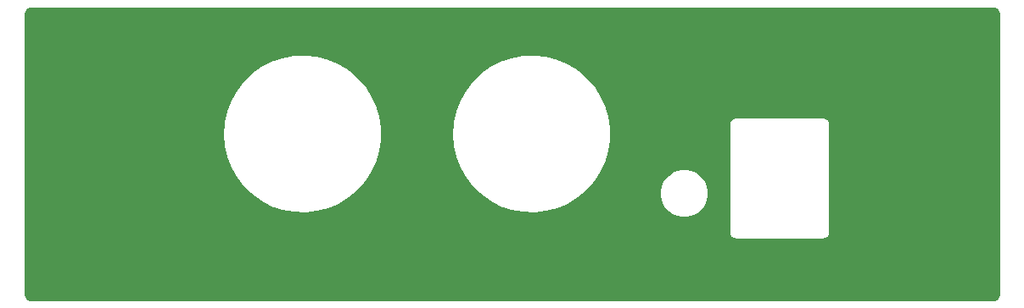
<source format=gbr>
%TF.GenerationSoftware,KiCad,Pcbnew,(5.1.9)-1*%
%TF.CreationDate,2021-03-13T23:47:23-08:00*%
%TF.ProjectId,miditwiddle-back,6d696469-7477-4696-9464-6c652d626163,rev?*%
%TF.SameCoordinates,PX9157080PY68799b0*%
%TF.FileFunction,Copper,L1,Top*%
%TF.FilePolarity,Positive*%
%FSLAX46Y46*%
G04 Gerber Fmt 4.6, Leading zero omitted, Abs format (unit mm)*
G04 Created by KiCad (PCBNEW (5.1.9)-1) date 2021-03-13 23:47:23*
%MOMM*%
%LPD*%
G01*
G04 APERTURE LIST*
%TA.AperFunction,ViaPad*%
%ADD10C,0.600000*%
%TD*%
%TA.AperFunction,Conductor*%
%ADD11C,0.254000*%
%TD*%
%TA.AperFunction,Conductor*%
%ADD12C,0.100000*%
%TD*%
G04 APERTURE END LIST*
D10*
%TO.N,GND*%
X-48000000Y21950000D03*
X-48000000Y-6050000D03*
X48000000Y-6050000D03*
X48000000Y21950000D03*
%TD*%
D11*
%TO.N,GND*%
X48105082Y22480706D02*
X48206163Y22450188D01*
X48299390Y22400618D01*
X48381214Y22333884D01*
X48448518Y22252528D01*
X48498737Y22159650D01*
X48529960Y22058784D01*
X48543200Y21932816D01*
X48543201Y-6027647D01*
X48530706Y-6155081D01*
X48500188Y-6256161D01*
X48450618Y-6349391D01*
X48383884Y-6431214D01*
X48302529Y-6498517D01*
X48209649Y-6548737D01*
X48108784Y-6579960D01*
X47982816Y-6593200D01*
X-47977657Y-6593200D01*
X-48105081Y-6580706D01*
X-48206161Y-6550188D01*
X-48299391Y-6500618D01*
X-48381214Y-6433884D01*
X-48448517Y-6352529D01*
X-48498737Y-6259649D01*
X-48529960Y-6158784D01*
X-48543200Y-6032816D01*
X-48543200Y77563D01*
X21613200Y77563D01*
X21615093Y58344D01*
X21615085Y57205D01*
X21615707Y50857D01*
X21617671Y32174D01*
X21619810Y10453D01*
X21620745Y7372D01*
X21628115Y-28531D01*
X21635870Y-69187D01*
X21637713Y-75293D01*
X21649255Y-112580D01*
X21665298Y-150744D01*
X21680808Y-189133D01*
X21683802Y-194764D01*
X21702367Y-229101D01*
X21725513Y-263417D01*
X21748195Y-298077D01*
X21752226Y-303020D01*
X21777107Y-333095D01*
X21806496Y-362278D01*
X21835451Y-391845D01*
X21840365Y-395911D01*
X21870614Y-420581D01*
X21905093Y-443488D01*
X21939256Y-466880D01*
X21944866Y-469914D01*
X21979330Y-488239D01*
X22017620Y-504021D01*
X22055661Y-520325D01*
X22061754Y-522212D01*
X22099121Y-533494D01*
X22139713Y-541531D01*
X22180234Y-550144D01*
X22180336Y-550155D01*
X22180452Y-550190D01*
X22183917Y-550531D01*
X22186577Y-550811D01*
X22225424Y-554620D01*
X22225429Y-554620D01*
X22247562Y-556800D01*
X31092438Y-556800D01*
X31111657Y-554907D01*
X31112795Y-554915D01*
X31119143Y-554293D01*
X31137811Y-552331D01*
X31159548Y-550190D01*
X31162631Y-549255D01*
X31198531Y-541885D01*
X31239187Y-534130D01*
X31245293Y-532287D01*
X31282580Y-520745D01*
X31320744Y-504702D01*
X31359133Y-489192D01*
X31364764Y-486198D01*
X31399101Y-467633D01*
X31433417Y-444487D01*
X31468077Y-421805D01*
X31473020Y-417774D01*
X31503095Y-392893D01*
X31532278Y-363504D01*
X31561845Y-334549D01*
X31565911Y-329635D01*
X31590581Y-299386D01*
X31613488Y-264907D01*
X31636880Y-230744D01*
X31639914Y-225134D01*
X31658239Y-190670D01*
X31674025Y-152371D01*
X31690325Y-114339D01*
X31692212Y-108246D01*
X31703494Y-70879D01*
X31711531Y-30287D01*
X31720144Y10234D01*
X31720155Y10336D01*
X31720190Y10452D01*
X31720531Y13917D01*
X31720811Y16577D01*
X31724620Y55424D01*
X31724620Y55429D01*
X31726800Y77562D01*
X31726800Y11022438D01*
X31724907Y11041657D01*
X31724915Y11042795D01*
X31724293Y11049143D01*
X31722331Y11067811D01*
X31720190Y11089548D01*
X31719255Y11092631D01*
X31711890Y11128506D01*
X31704130Y11169186D01*
X31702287Y11175292D01*
X31690745Y11212580D01*
X31674699Y11250752D01*
X31659193Y11289132D01*
X31656199Y11294764D01*
X31637633Y11329100D01*
X31614499Y11363399D01*
X31591805Y11398077D01*
X31587774Y11403020D01*
X31562893Y11433095D01*
X31533503Y11462279D01*
X31504548Y11491846D01*
X31499634Y11495912D01*
X31469386Y11520581D01*
X31434907Y11543488D01*
X31400744Y11566880D01*
X31395134Y11569914D01*
X31360670Y11588239D01*
X31322371Y11604025D01*
X31284339Y11620325D01*
X31278246Y11622212D01*
X31240879Y11633494D01*
X31200280Y11641533D01*
X31159766Y11650144D01*
X31159664Y11650155D01*
X31159548Y11650190D01*
X31156083Y11650531D01*
X31153423Y11650811D01*
X31114576Y11654620D01*
X31114571Y11654620D01*
X31092438Y11656800D01*
X22247562Y11656800D01*
X22228343Y11654907D01*
X22227205Y11654915D01*
X22220857Y11654293D01*
X22202189Y11652331D01*
X22180452Y11650190D01*
X22177369Y11649255D01*
X22141494Y11641890D01*
X22100814Y11634130D01*
X22094708Y11632287D01*
X22057420Y11620745D01*
X22019248Y11604699D01*
X21980868Y11589193D01*
X21975236Y11586199D01*
X21940900Y11567633D01*
X21906601Y11544499D01*
X21871923Y11521805D01*
X21866980Y11517774D01*
X21836905Y11492893D01*
X21807721Y11463503D01*
X21778154Y11434548D01*
X21774088Y11429634D01*
X21749419Y11399386D01*
X21726512Y11364907D01*
X21703120Y11330744D01*
X21700086Y11325134D01*
X21681761Y11290670D01*
X21665975Y11252371D01*
X21649675Y11214339D01*
X21647788Y11208246D01*
X21636506Y11170879D01*
X21628467Y11130280D01*
X21619856Y11089766D01*
X21619845Y11089659D01*
X21619811Y11089548D01*
X21619485Y11086233D01*
X21619189Y11083423D01*
X21615380Y11044576D01*
X21615380Y11044561D01*
X21613201Y11022438D01*
X21613200Y77563D01*
X-48543200Y77563D01*
X-48543200Y10000000D01*
X-28931800Y10000000D01*
X-28846794Y8838569D01*
X-28593588Y7701891D01*
X-28177580Y6614194D01*
X-27607634Y5598659D01*
X-26895899Y4676931D01*
X-26057544Y3868655D01*
X-25110437Y3191059D01*
X-24074764Y2658583D01*
X-22972599Y2282576D01*
X-21827432Y2071053D01*
X-20663671Y2028522D01*
X-19506119Y2155889D01*
X-18379448Y2450439D01*
X-17307669Y2905896D01*
X-16313628Y3512550D01*
X-15418509Y4257474D01*
X-14641391Y5124790D01*
X-13998836Y6096012D01*
X-13504540Y7150441D01*
X-13169038Y8265603D01*
X-12999480Y9417731D01*
X-12999480Y10000000D01*
X-6071800Y10000000D01*
X-5986794Y8838569D01*
X-5733588Y7701891D01*
X-5317580Y6614194D01*
X-4747634Y5598659D01*
X-4035899Y4676931D01*
X-3197544Y3868655D01*
X-2250437Y3191059D01*
X-1214764Y2658583D01*
X-112599Y2282576D01*
X1032568Y2071053D01*
X2196329Y2028522D01*
X3353881Y2155889D01*
X4480552Y2450439D01*
X5552331Y2905896D01*
X6546372Y3512550D01*
X7441491Y4257474D01*
X7473115Y4292769D01*
X14680126Y4292769D01*
X14680126Y3807231D01*
X14774850Y3331023D01*
X14960657Y2882445D01*
X15230408Y2478735D01*
X15573735Y2135408D01*
X15977445Y1865657D01*
X16426023Y1679850D01*
X16902231Y1585126D01*
X17387769Y1585126D01*
X17863977Y1679850D01*
X18312555Y1865657D01*
X18716265Y2135408D01*
X19059592Y2478735D01*
X19329343Y2882445D01*
X19515150Y3331023D01*
X19609874Y3807231D01*
X19609874Y4292769D01*
X19515150Y4768977D01*
X19329343Y5217555D01*
X19059592Y5621265D01*
X18716265Y5964592D01*
X18312555Y6234343D01*
X17863977Y6420150D01*
X17387769Y6514874D01*
X16902231Y6514874D01*
X16426023Y6420150D01*
X15977445Y6234343D01*
X15573735Y5964592D01*
X15230408Y5621265D01*
X14960657Y5217555D01*
X14774850Y4768977D01*
X14680126Y4292769D01*
X7473115Y4292769D01*
X8218609Y5124790D01*
X8861164Y6096012D01*
X9355460Y7150441D01*
X9690962Y8265603D01*
X9860520Y9417731D01*
X9860520Y10582269D01*
X9690962Y11734397D01*
X9355460Y12849559D01*
X8861164Y13903988D01*
X8218609Y14875210D01*
X7441491Y15742526D01*
X6546372Y16487450D01*
X5552331Y17094104D01*
X4480552Y17549561D01*
X3353881Y17844111D01*
X2196329Y17971478D01*
X1032568Y17928947D01*
X-112599Y17717424D01*
X-1214764Y17341417D01*
X-2250437Y16808941D01*
X-3197544Y16131345D01*
X-4035899Y15323069D01*
X-4747634Y14401341D01*
X-5317580Y13385806D01*
X-5733588Y12298109D01*
X-5986794Y11161431D01*
X-6071800Y10000000D01*
X-12999480Y10000000D01*
X-12999480Y10582269D01*
X-13169038Y11734397D01*
X-13504540Y12849559D01*
X-13998836Y13903988D01*
X-14641391Y14875210D01*
X-15418509Y15742526D01*
X-16313628Y16487450D01*
X-17307669Y17094104D01*
X-18379448Y17549561D01*
X-19506119Y17844111D01*
X-20663671Y17971478D01*
X-21827432Y17928947D01*
X-22972599Y17717424D01*
X-24074764Y17341417D01*
X-25110437Y16808941D01*
X-26057544Y16131345D01*
X-26895899Y15323069D01*
X-27607634Y14401341D01*
X-28177580Y13385806D01*
X-28593588Y12298109D01*
X-28846794Y11161431D01*
X-28931800Y10000000D01*
X-48543200Y10000000D01*
X-48543200Y21927657D01*
X-48530706Y22055082D01*
X-48500188Y22156163D01*
X-48450618Y22249390D01*
X-48383884Y22331214D01*
X-48302528Y22398518D01*
X-48209650Y22448737D01*
X-48108784Y22479960D01*
X-47982816Y22493200D01*
X47977657Y22493200D01*
X48105082Y22480706D01*
%TA.AperFunction,Conductor*%
D12*
G36*
X48105082Y22480706D02*
G01*
X48206163Y22450188D01*
X48299390Y22400618D01*
X48381214Y22333884D01*
X48448518Y22252528D01*
X48498737Y22159650D01*
X48529960Y22058784D01*
X48543200Y21932816D01*
X48543201Y-6027647D01*
X48530706Y-6155081D01*
X48500188Y-6256161D01*
X48450618Y-6349391D01*
X48383884Y-6431214D01*
X48302529Y-6498517D01*
X48209649Y-6548737D01*
X48108784Y-6579960D01*
X47982816Y-6593200D01*
X-47977657Y-6593200D01*
X-48105081Y-6580706D01*
X-48206161Y-6550188D01*
X-48299391Y-6500618D01*
X-48381214Y-6433884D01*
X-48448517Y-6352529D01*
X-48498737Y-6259649D01*
X-48529960Y-6158784D01*
X-48543200Y-6032816D01*
X-48543200Y77563D01*
X21613200Y77563D01*
X21615093Y58344D01*
X21615085Y57205D01*
X21615707Y50857D01*
X21617671Y32174D01*
X21619810Y10453D01*
X21620745Y7372D01*
X21628115Y-28531D01*
X21635870Y-69187D01*
X21637713Y-75293D01*
X21649255Y-112580D01*
X21665298Y-150744D01*
X21680808Y-189133D01*
X21683802Y-194764D01*
X21702367Y-229101D01*
X21725513Y-263417D01*
X21748195Y-298077D01*
X21752226Y-303020D01*
X21777107Y-333095D01*
X21806496Y-362278D01*
X21835451Y-391845D01*
X21840365Y-395911D01*
X21870614Y-420581D01*
X21905093Y-443488D01*
X21939256Y-466880D01*
X21944866Y-469914D01*
X21979330Y-488239D01*
X22017620Y-504021D01*
X22055661Y-520325D01*
X22061754Y-522212D01*
X22099121Y-533494D01*
X22139713Y-541531D01*
X22180234Y-550144D01*
X22180336Y-550155D01*
X22180452Y-550190D01*
X22183917Y-550531D01*
X22186577Y-550811D01*
X22225424Y-554620D01*
X22225429Y-554620D01*
X22247562Y-556800D01*
X31092438Y-556800D01*
X31111657Y-554907D01*
X31112795Y-554915D01*
X31119143Y-554293D01*
X31137811Y-552331D01*
X31159548Y-550190D01*
X31162631Y-549255D01*
X31198531Y-541885D01*
X31239187Y-534130D01*
X31245293Y-532287D01*
X31282580Y-520745D01*
X31320744Y-504702D01*
X31359133Y-489192D01*
X31364764Y-486198D01*
X31399101Y-467633D01*
X31433417Y-444487D01*
X31468077Y-421805D01*
X31473020Y-417774D01*
X31503095Y-392893D01*
X31532278Y-363504D01*
X31561845Y-334549D01*
X31565911Y-329635D01*
X31590581Y-299386D01*
X31613488Y-264907D01*
X31636880Y-230744D01*
X31639914Y-225134D01*
X31658239Y-190670D01*
X31674025Y-152371D01*
X31690325Y-114339D01*
X31692212Y-108246D01*
X31703494Y-70879D01*
X31711531Y-30287D01*
X31720144Y10234D01*
X31720155Y10336D01*
X31720190Y10452D01*
X31720531Y13917D01*
X31720811Y16577D01*
X31724620Y55424D01*
X31724620Y55429D01*
X31726800Y77562D01*
X31726800Y11022438D01*
X31724907Y11041657D01*
X31724915Y11042795D01*
X31724293Y11049143D01*
X31722331Y11067811D01*
X31720190Y11089548D01*
X31719255Y11092631D01*
X31711890Y11128506D01*
X31704130Y11169186D01*
X31702287Y11175292D01*
X31690745Y11212580D01*
X31674699Y11250752D01*
X31659193Y11289132D01*
X31656199Y11294764D01*
X31637633Y11329100D01*
X31614499Y11363399D01*
X31591805Y11398077D01*
X31587774Y11403020D01*
X31562893Y11433095D01*
X31533503Y11462279D01*
X31504548Y11491846D01*
X31499634Y11495912D01*
X31469386Y11520581D01*
X31434907Y11543488D01*
X31400744Y11566880D01*
X31395134Y11569914D01*
X31360670Y11588239D01*
X31322371Y11604025D01*
X31284339Y11620325D01*
X31278246Y11622212D01*
X31240879Y11633494D01*
X31200280Y11641533D01*
X31159766Y11650144D01*
X31159664Y11650155D01*
X31159548Y11650190D01*
X31156083Y11650531D01*
X31153423Y11650811D01*
X31114576Y11654620D01*
X31114571Y11654620D01*
X31092438Y11656800D01*
X22247562Y11656800D01*
X22228343Y11654907D01*
X22227205Y11654915D01*
X22220857Y11654293D01*
X22202189Y11652331D01*
X22180452Y11650190D01*
X22177369Y11649255D01*
X22141494Y11641890D01*
X22100814Y11634130D01*
X22094708Y11632287D01*
X22057420Y11620745D01*
X22019248Y11604699D01*
X21980868Y11589193D01*
X21975236Y11586199D01*
X21940900Y11567633D01*
X21906601Y11544499D01*
X21871923Y11521805D01*
X21866980Y11517774D01*
X21836905Y11492893D01*
X21807721Y11463503D01*
X21778154Y11434548D01*
X21774088Y11429634D01*
X21749419Y11399386D01*
X21726512Y11364907D01*
X21703120Y11330744D01*
X21700086Y11325134D01*
X21681761Y11290670D01*
X21665975Y11252371D01*
X21649675Y11214339D01*
X21647788Y11208246D01*
X21636506Y11170879D01*
X21628467Y11130280D01*
X21619856Y11089766D01*
X21619845Y11089659D01*
X21619811Y11089548D01*
X21619485Y11086233D01*
X21619189Y11083423D01*
X21615380Y11044576D01*
X21615380Y11044561D01*
X21613201Y11022438D01*
X21613200Y77563D01*
X-48543200Y77563D01*
X-48543200Y10000000D01*
X-28931800Y10000000D01*
X-28846794Y8838569D01*
X-28593588Y7701891D01*
X-28177580Y6614194D01*
X-27607634Y5598659D01*
X-26895899Y4676931D01*
X-26057544Y3868655D01*
X-25110437Y3191059D01*
X-24074764Y2658583D01*
X-22972599Y2282576D01*
X-21827432Y2071053D01*
X-20663671Y2028522D01*
X-19506119Y2155889D01*
X-18379448Y2450439D01*
X-17307669Y2905896D01*
X-16313628Y3512550D01*
X-15418509Y4257474D01*
X-14641391Y5124790D01*
X-13998836Y6096012D01*
X-13504540Y7150441D01*
X-13169038Y8265603D01*
X-12999480Y9417731D01*
X-12999480Y10000000D01*
X-6071800Y10000000D01*
X-5986794Y8838569D01*
X-5733588Y7701891D01*
X-5317580Y6614194D01*
X-4747634Y5598659D01*
X-4035899Y4676931D01*
X-3197544Y3868655D01*
X-2250437Y3191059D01*
X-1214764Y2658583D01*
X-112599Y2282576D01*
X1032568Y2071053D01*
X2196329Y2028522D01*
X3353881Y2155889D01*
X4480552Y2450439D01*
X5552331Y2905896D01*
X6546372Y3512550D01*
X7441491Y4257474D01*
X7473115Y4292769D01*
X14680126Y4292769D01*
X14680126Y3807231D01*
X14774850Y3331023D01*
X14960657Y2882445D01*
X15230408Y2478735D01*
X15573735Y2135408D01*
X15977445Y1865657D01*
X16426023Y1679850D01*
X16902231Y1585126D01*
X17387769Y1585126D01*
X17863977Y1679850D01*
X18312555Y1865657D01*
X18716265Y2135408D01*
X19059592Y2478735D01*
X19329343Y2882445D01*
X19515150Y3331023D01*
X19609874Y3807231D01*
X19609874Y4292769D01*
X19515150Y4768977D01*
X19329343Y5217555D01*
X19059592Y5621265D01*
X18716265Y5964592D01*
X18312555Y6234343D01*
X17863977Y6420150D01*
X17387769Y6514874D01*
X16902231Y6514874D01*
X16426023Y6420150D01*
X15977445Y6234343D01*
X15573735Y5964592D01*
X15230408Y5621265D01*
X14960657Y5217555D01*
X14774850Y4768977D01*
X14680126Y4292769D01*
X7473115Y4292769D01*
X8218609Y5124790D01*
X8861164Y6096012D01*
X9355460Y7150441D01*
X9690962Y8265603D01*
X9860520Y9417731D01*
X9860520Y10582269D01*
X9690962Y11734397D01*
X9355460Y12849559D01*
X8861164Y13903988D01*
X8218609Y14875210D01*
X7441491Y15742526D01*
X6546372Y16487450D01*
X5552331Y17094104D01*
X4480552Y17549561D01*
X3353881Y17844111D01*
X2196329Y17971478D01*
X1032568Y17928947D01*
X-112599Y17717424D01*
X-1214764Y17341417D01*
X-2250437Y16808941D01*
X-3197544Y16131345D01*
X-4035899Y15323069D01*
X-4747634Y14401341D01*
X-5317580Y13385806D01*
X-5733588Y12298109D01*
X-5986794Y11161431D01*
X-6071800Y10000000D01*
X-12999480Y10000000D01*
X-12999480Y10582269D01*
X-13169038Y11734397D01*
X-13504540Y12849559D01*
X-13998836Y13903988D01*
X-14641391Y14875210D01*
X-15418509Y15742526D01*
X-16313628Y16487450D01*
X-17307669Y17094104D01*
X-18379448Y17549561D01*
X-19506119Y17844111D01*
X-20663671Y17971478D01*
X-21827432Y17928947D01*
X-22972599Y17717424D01*
X-24074764Y17341417D01*
X-25110437Y16808941D01*
X-26057544Y16131345D01*
X-26895899Y15323069D01*
X-27607634Y14401341D01*
X-28177580Y13385806D01*
X-28593588Y12298109D01*
X-28846794Y11161431D01*
X-28931800Y10000000D01*
X-48543200Y10000000D01*
X-48543200Y21927657D01*
X-48530706Y22055082D01*
X-48500188Y22156163D01*
X-48450618Y22249390D01*
X-48383884Y22331214D01*
X-48302528Y22398518D01*
X-48209650Y22448737D01*
X-48108784Y22479960D01*
X-47982816Y22493200D01*
X47977657Y22493200D01*
X48105082Y22480706D01*
G37*
%TD.AperFunction*%
%TD*%
M02*

</source>
